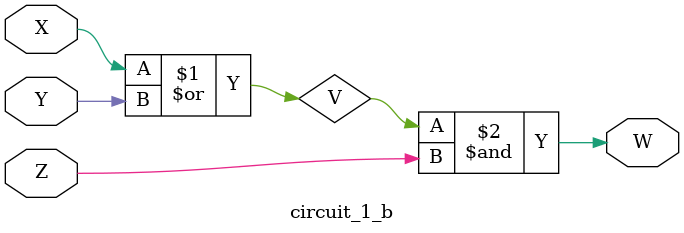
<source format=v>
module circuit_1_b (
    input X,
    input Y,
    input Z,
    output W
);

wire V;

assign V = X | Y;
assign W = V & Z;

endmodule

</source>
